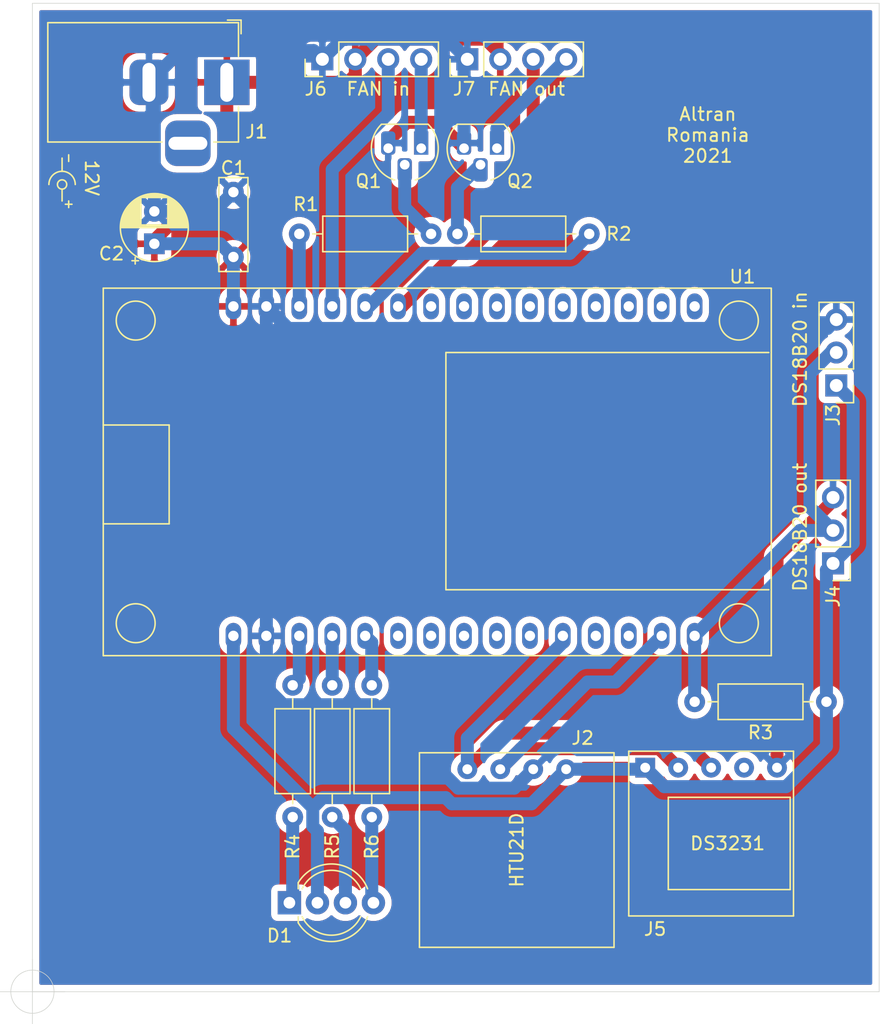
<source format=kicad_pcb>
(kicad_pcb (version 20171130) (host pcbnew "(5.1.9)-1")
  (layers (0 F.Cu signal) (31 B.Cu signal) (34 B.Paste user) (35 F.Paste user) (36 B.SilkS user) (37 F.SilkS user) (38 B.Mask user) (39 F.Mask user) (44 Edge.Cuts user))
  (net 0 "")
  (net 1 +12V)
  (net 2 GND)
  (net 3 "Net-(D1-Pad1)")
  (net 4 +3V3)
  (net 5 "Net-(D1-Pad3)")
  (net 6 "Net-(D1-Pad4)")
  (net 7 "Net-(J1-Pad3)")
  (net 8 /SDA)
  (net 9 /SCL)
  (net 10 "Net-(J3-Pad2)")
  (net 11 "Net-(J5-Pad4)")
  (net 12 "Net-(J6-Pad4)")
  (net 13 "Net-(J6-Pad3)")
  (net 14 "Net-(J7-Pad3)")
  (net 15 "Net-(J7-Pad4)")
  (net 16 "Net-(Q1-Pad2)")
  (net 17 "Net-(Q2-Pad2)")
  (net 18 "Net-(R1-Pad2)")
  (net 19 "Net-(R2-Pad2)")
  (net 20 "Net-(R4-Pad2)")
  (net 21 "Net-(R5-Pad2)")
  (net 22 "Net-(R6-Pad2)")
  (net 23 "Net-(U1-Pad16)")
  (net 24 "Net-(U1-Pad24)")
  (net 25 "Net-(U1-Pad19)")
  (net 26 "Net-(U1-Pad6)")
  (net 27 "Net-(U1-Pad12)")
  (net 28 "Net-(U1-Pad20)")
  (net 29 "Net-(U1-Pad9)")
  (net 30 "Net-(U1-Pad21)")
  (net 31 "Net-(U1-Pad10)")
  (net 32 "Net-(U1-Pad7)")
  (net 33 "Net-(U1-Pad17)")
  (net 34 "Net-(U1-Pad22)")
  (net 35 "Net-(U1-Pad18)")
  (net 36 "Net-(U1-Pad8)")
  (net 37 "Net-(U1-Pad13)")
  (net 38 "Net-(U1-Pad23)")
  (module SummerPractice:HTU21D_board (layer F.Cu) (at 151.638 98.298 180)
    (fp_text reference J2 (at -5.08 8.636) (layer F.SilkS))
    (fp_text value Humidity_sensor)
    (fp_line (start 7.5 -7.5) (end 7.5 7.5) (layer F.SilkS) (width 0.12))
    (fp_line (start -7.5 -7.5) (end 7.5 -7.5) (layer F.SilkS) (width 0.12))
    (fp_line (start -7.5 7.5) (end 7.5 7.5) (layer F.SilkS) (width 0.12))
    (fp_line (start -7.5 -7.5) (end -7.5 7.5) (layer F.SilkS) (width 0.12))
    (fp_text user HTU21D (at 0 0 270) (layer F.SilkS))
    (pad 4 thru_hole circle (at 3.81 6.23 180) (size 1.524 1.524) (drill 0.762) (layers *.Cu *.Mask) (net 9 /SCL))
    (pad 3 thru_hole circle (at 1.27 6.23 180) (size 1.524 1.524) (drill 0.762) (layers *.Cu *.Mask) (net 8 /SDA))
    (pad 2 thru_hole circle (at -1.27 6.23 180) (size 1.524 1.524) (drill 0.762) (layers *.Cu *.Mask) (net 2 GND))
    (pad 1 thru_hole circle (at -3.81 6.23 180) (size 1.524 1.524) (drill 0.762) (layers *.Cu *.Mask) (net 4 +3V3))
  )
  (module Capacitor_THT:C_Rect_L7.0mm_W2.0mm_P5.00mm (layer F.Cu) (at 129.794 52.578 90)
    (fp_text reference C1 (at 6.858 0 180) (layer F.SilkS))
    (fp_text value 100n)
    (fp_line (start -1.12 -1.12) (end 6.12 -1.12) (layer F.SilkS) (width 0.12))
    (fp_line (start -1.12 1.12) (end 6.12 1.12) (layer F.SilkS) (width 0.12))
    (fp_line (start -1.12 -1.12) (end -1.12 1.12) (layer F.SilkS) (width 0.12))
    (fp_line (start 6.12 -1.12) (end 6.12 1.12) (layer F.SilkS) (width 0.12))
    (pad 1 thru_hole circle (at 0 0 90) (size 1.6 1.6) (drill 0.8) (layers *.Cu *.Mask) (net 1 +12V))
    (pad 2 thru_hole circle (at 5 0 90) (size 1.6 1.6) (drill 0.8) (layers *.Cu *.Mask) (net 2 GND))
  )
  (module Capacitor_THT:CP_Radial_D5.0mm_P2.50mm (layer F.Cu) (at 123.698 51.562 90)
    (fp_text reference C2 (at -0.762 -3.302 180) (layer F.SilkS))
    (fp_text value 10u/50V)
    (fp_circle (center 1.25 0) (end 3.87 0) (layer F.SilkS) (width 0.12))
    (fp_line (start 1.25 -2.58) (end 1.25 2.58) (layer F.SilkS) (width 0.12))
    (fp_line (start 1.29 -2.58) (end 1.29 2.58) (layer F.SilkS) (width 0.12))
    (fp_line (start 1.33 -2.579) (end 1.33 2.579) (layer F.SilkS) (width 0.12))
    (fp_line (start 1.37 -2.578) (end 1.37 2.578) (layer F.SilkS) (width 0.12))
    (fp_line (start 1.41 -2.576) (end 1.41 2.576) (layer F.SilkS) (width 0.12))
    (fp_line (start 1.45 -2.573) (end 1.45 2.573) (layer F.SilkS) (width 0.12))
    (fp_line (start 1.49 -2.569) (end 1.49 -1.04) (layer F.SilkS) (width 0.12))
    (fp_line (start 1.49 1.04) (end 1.49 2.569) (layer F.SilkS) (width 0.12))
    (fp_line (start 1.53 -2.565) (end 1.53 -1.04) (layer F.SilkS) (width 0.12))
    (fp_line (start 1.53 1.04) (end 1.53 2.565) (layer F.SilkS) (width 0.12))
    (fp_line (start 1.57 -2.561) (end 1.57 -1.04) (layer F.SilkS) (width 0.12))
    (fp_line (start 1.57 1.04) (end 1.57 2.561) (layer F.SilkS) (width 0.12))
    (fp_line (start 1.61 -2.556) (end 1.61 -1.04) (layer F.SilkS) (width 0.12))
    (fp_line (start 1.61 1.04) (end 1.61 2.556) (layer F.SilkS) (width 0.12))
    (fp_line (start 1.65 -2.55) (end 1.65 -1.04) (layer F.SilkS) (width 0.12))
    (fp_line (start 1.65 1.04) (end 1.65 2.55) (layer F.SilkS) (width 0.12))
    (fp_line (start 1.69 -2.543) (end 1.69 -1.04) (layer F.SilkS) (width 0.12))
    (fp_line (start 1.69 1.04) (end 1.69 2.543) (layer F.SilkS) (width 0.12))
    (fp_line (start 1.73 -2.536) (end 1.73 -1.04) (layer F.SilkS) (width 0.12))
    (fp_line (start 1.73 1.04) (end 1.73 2.536) (layer F.SilkS) (width 0.12))
    (fp_line (start 1.77 -2.528) (end 1.77 -1.04) (layer F.SilkS) (width 0.12))
    (fp_line (start 1.77 1.04) (end 1.77 2.528) (layer F.SilkS) (width 0.12))
    (fp_line (start 1.81 -2.52) (end 1.81 -1.04) (layer F.SilkS) (width 0.12))
    (fp_line (start 1.81 1.04) (end 1.81 2.52) (layer F.SilkS) (width 0.12))
    (fp_line (start 1.85 -2.511) (end 1.85 -1.04) (layer F.SilkS) (width 0.12))
    (fp_line (start 1.85 1.04) (end 1.85 2.511) (layer F.SilkS) (width 0.12))
    (fp_line (start 1.89 -2.501) (end 1.89 -1.04) (layer F.SilkS) (width 0.12))
    (fp_line (start 1.89 1.04) (end 1.89 2.501) (layer F.SilkS) (width 0.12))
    (fp_line (start 1.93 -2.491) (end 1.93 -1.04) (layer F.SilkS) (width 0.12))
    (fp_line (start 1.93 1.04) (end 1.93 2.491) (layer F.SilkS) (width 0.12))
    (fp_line (start 1.971 -2.48) (end 1.971 -1.04) (layer F.SilkS) (width 0.12))
    (fp_line (start 1.971 1.04) (end 1.971 2.48) (layer F.SilkS) (width 0.12))
    (fp_line (start 2.011 -2.468) (end 2.011 -1.04) (layer F.SilkS) (width 0.12))
    (fp_line (start 2.011 1.04) (end 2.011 2.468) (layer F.SilkS) (width 0.12))
    (fp_line (start 2.051 -2.455) (end 2.051 -1.04) (layer F.SilkS) (width 0.12))
    (fp_line (start 2.051 1.04) (end 2.051 2.455) (layer F.SilkS) (width 0.12))
    (fp_line (start 2.091 -2.442) (end 2.091 -1.04) (layer F.SilkS) (width 0.12))
    (fp_line (start 2.091 1.04) (end 2.091 2.442) (layer F.SilkS) (width 0.12))
    (fp_line (start 2.131 -2.428) (end 2.131 -1.04) (layer F.SilkS) (width 0.12))
    (fp_line (start 2.131 1.04) (end 2.131 2.428) (layer F.SilkS) (width 0.12))
    (fp_line (start 2.171 -2.414) (end 2.171 -1.04) (layer F.SilkS) (width 0.12))
    (fp_line (start 2.171 1.04) (end 2.171 2.414) (layer F.SilkS) (width 0.12))
    (fp_line (start 2.211 -2.398) (end 2.211 -1.04) (layer F.SilkS) (width 0.12))
    (fp_line (start 2.211 1.04) (end 2.211 2.398) (layer F.SilkS) (width 0.12))
    (fp_line (start 2.251 -2.382) (end 2.251 -1.04) (layer F.SilkS) (width 0.12))
    (fp_line (start 2.251 1.04) (end 2.251 2.382) (layer F.SilkS) (width 0.12))
    (fp_line (start 2.291 -2.365) (end 2.291 -1.04) (layer F.SilkS) (width 0.12))
    (fp_line (start 2.291 1.04) (end 2.291 2.365) (layer F.SilkS) (width 0.12))
    (fp_line (start 2.331 -2.348) (end 2.331 -1.04) (layer F.SilkS) (width 0.12))
    (fp_line (start 2.331 1.04) (end 2.331 2.348) (layer F.SilkS) (width 0.12))
    (fp_line (start 2.371 -2.329) (end 2.371 -1.04) (layer F.SilkS) (width 0.12))
    (fp_line (start 2.371 1.04) (end 2.371 2.329) (layer F.SilkS) (width 0.12))
    (fp_line (start 2.411 -2.31) (end 2.411 -1.04) (layer F.SilkS) (width 0.12))
    (fp_line (start 2.411 1.04) (end 2.411 2.31) (layer F.SilkS) (width 0.12))
    (fp_line (start 2.451 -2.29) (end 2.451 -1.04) (layer F.SilkS) (width 0.12))
    (fp_line (start 2.451 1.04) (end 2.451 2.29) (layer F.SilkS) (width 0.12))
    (fp_line (start 2.491 -2.268) (end 2.491 -1.04) (layer F.SilkS) (width 0.12))
    (fp_line (start 2.491 1.04) (end 2.491 2.268) (layer F.SilkS) (width 0.12))
    (fp_line (start 2.531 -2.247) (end 2.531 -1.04) (layer F.SilkS) (width 0.12))
    (fp_line (start 2.531 1.04) (end 2.531 2.247) (layer F.SilkS) (width 0.12))
    (fp_line (start 2.571 -2.224) (end 2.571 -1.04) (layer F.SilkS) (width 0.12))
    (fp_line (start 2.571 1.04) (end 2.571 2.224) (layer F.SilkS) (width 0.12))
    (fp_line (start 2.611 -2.2) (end 2.611 -1.04) (layer F.SilkS) (width 0.12))
    (fp_line (start 2.611 1.04) (end 2.611 2.2) (layer F.SilkS) (width 0.12))
    (fp_line (start 2.651 -2.175) (end 2.651 -1.04) (layer F.SilkS) (width 0.12))
    (fp_line (start 2.651 1.04) (end 2.651 2.175) (layer F.SilkS) (width 0.12))
    (fp_line (start 2.691 -2.149) (end 2.691 -1.04) (layer F.SilkS) (width 0.12))
    (fp_line (start 2.691 1.04) (end 2.691 2.149) (layer F.SilkS) (width 0.12))
    (fp_line (start 2.731 -2.122) (end 2.731 -1.04) (layer F.SilkS) (width 0.12))
    (fp_line (start 2.731 1.04) (end 2.731 2.122) (layer F.SilkS) (width 0.12))
    (fp_line (start 2.771 -2.095) (end 2.771 -1.04) (layer F.SilkS) (width 0.12))
    (fp_line (start 2.771 1.04) (end 2.771 2.095) (layer F.SilkS) (width 0.12))
    (fp_line (start 2.811 -2.065) (end 2.811 -1.04) (layer F.SilkS) (width 0.12))
    (fp_line (start 2.811 1.04) (end 2.811 2.065) (layer F.SilkS) (width 0.12))
    (fp_line (start 2.851 -2.035) (end 2.851 -1.04) (layer F.SilkS) (width 0.12))
    (fp_line (start 2.851 1.04) (end 2.851 2.035) (layer F.SilkS) (width 0.12))
    (fp_line (start 2.891 -2.004) (end 2.891 -1.04) (layer F.SilkS) (width 0.12))
    (fp_line (start 2.891 1.04) (end 2.891 2.004) (layer F.SilkS) (width 0.12))
    (fp_line (start 2.931 -1.971) (end 2.931 -1.04) (layer F.SilkS) (width 0.12))
    (fp_line (start 2.931 1.04) (end 2.931 1.971) (layer F.SilkS) (width 0.12))
    (fp_line (start 2.971 -1.937) (end 2.971 -1.04) (layer F.SilkS) (width 0.12))
    (fp_line (start 2.971 1.04) (end 2.971 1.937) (layer F.SilkS) (width 0.12))
    (fp_line (start 3.011 -1.901) (end 3.011 -1.04) (layer F.SilkS) (width 0.12))
    (fp_line (start 3.011 1.04) (end 3.011 1.901) (layer F.SilkS) (width 0.12))
    (fp_line (start 3.051 -1.864) (end 3.051 -1.04) (layer F.SilkS) (width 0.12))
    (fp_line (start 3.051 1.04) (end 3.051 1.864) (layer F.SilkS) (width 0.12))
    (fp_line (start 3.091 -1.826) (end 3.091 -1.04) (layer F.SilkS) (width 0.12))
    (fp_line (start 3.091 1.04) (end 3.091 1.826) (layer F.SilkS) (width 0.12))
    (fp_line (start 3.131 -1.785) (end 3.131 -1.04) (layer F.SilkS) (width 0.12))
    (fp_line (start 3.131 1.04) (end 3.131 1.785) (layer F.SilkS) (width 0.12))
    (fp_line (start 3.171 -1.743) (end 3.171 -1.04) (layer F.SilkS) (width 0.12))
    (fp_line (start 3.171 1.04) (end 3.171 1.743) (layer F.SilkS) (width 0.12))
    (fp_line (start 3.211 -1.699) (end 3.211 -1.04) (layer F.SilkS) (width 0.12))
    (fp_line (start 3.211 1.04) (end 3.211 1.699) (layer F.SilkS) (width 0.12))
    (fp_line (start 3.251 -1.653) (end 3.251 -1.04) (layer F.SilkS) (width 0.12))
    (fp_line (start 3.251 1.04) (end 3.251 1.653) (layer F.SilkS) (width 0.12))
    (fp_line (start 3.291 -1.605) (end 3.291 -1.04) (layer F.SilkS) (width 0.12))
    (fp_line (start 3.291 1.04) (end 3.291 1.605) (layer F.SilkS) (width 0.12))
    (fp_line (start 3.331 -1.554) (end 3.331 -1.04) (layer F.SilkS) (width 0.12))
    (fp_line (start 3.331 1.04) (end 3.331 1.554) (layer F.SilkS) (width 0.12))
    (fp_line (start 3.371 -1.5) (end 3.371 -1.04) (layer F.SilkS) (width 0.12))
    (fp_line (start 3.371 1.04) (end 3.371 1.5) (layer F.SilkS) (width 0.12))
    (fp_line (start 3.411 -1.443) (end 3.411 -1.04) (layer F.SilkS) (width 0.12))
    (fp_line (start 3.411 1.04) (end 3.411 1.443) (layer F.SilkS) (width 0.12))
    (fp_line (start 3.451 -1.383) (end 3.451 -1.04) (layer F.SilkS) (width 0.12))
    (fp_line (start 3.451 1.04) (end 3.451 1.383) (layer F.SilkS) (width 0.12))
    (fp_line (start 3.491 -1.319) (end 3.491 -1.04) (layer F.SilkS) (width 0.12))
    (fp_line (start 3.491 1.04) (end 3.491 1.319) (layer F.SilkS) (width 0.12))
    (fp_line (start 3.531 -1.251) (end 3.531 -1.04) (layer F.SilkS) (width 0.12))
    (fp_line (start 3.531 1.04) (end 3.531 1.251) (layer F.SilkS) (width 0.12))
    (fp_line (start 3.571 -1.178) (end 3.571 1.178) (layer F.SilkS) (width 0.12))
    (fp_line (start 3.611 -1.098) (end 3.611 1.098) (layer F.SilkS) (width 0.12))
    (fp_line (start 3.651 -1.011) (end 3.651 1.011) (layer F.SilkS) (width 0.12))
    (fp_line (start 3.691 -0.915) (end 3.691 0.915) (layer F.SilkS) (width 0.12))
    (fp_line (start 3.731 -0.805) (end 3.731 0.805) (layer F.SilkS) (width 0.12))
    (fp_line (start 3.771 -0.677) (end 3.771 0.677) (layer F.SilkS) (width 0.12))
    (fp_line (start 3.811 -0.518) (end 3.811 0.518) (layer F.SilkS) (width 0.12))
    (fp_line (start 3.851 -0.284) (end 3.851 0.284) (layer F.SilkS) (width 0.12))
    (fp_line (start -1.554775 -1.475) (end -1.054775 -1.475) (layer F.SilkS) (width 0.12))
    (fp_line (start -1.304775 -1.725) (end -1.304775 -1.225) (layer F.SilkS) (width 0.12))
    (pad 1 thru_hole rect (at 0 0 90) (size 1.6 1.6) (drill 0.8) (layers *.Cu *.Mask) (net 1 +12V))
    (pad 2 thru_hole circle (at 2.5 0 90) (size 1.6 1.6) (drill 0.8) (layers *.Cu *.Mask) (net 2 GND))
  )
  (module Connector_BarrelJack:BarrelJack_Horizontal (layer F.Cu) (at 129.286 39.116)
    (fp_text reference J1 (at 2.286 3.81) (layer F.SilkS))
    (fp_text value PWR)
    (fp_line (start 1.1 -3.75) (end 1.1 -4.8) (layer F.SilkS) (width 0.12))
    (fp_line (start 0.05 -4.8) (end 1.1 -4.8) (layer F.SilkS) (width 0.12))
    (fp_line (start -5 4.6) (end -13.8 4.6) (layer F.SilkS) (width 0.12))
    (fp_line (start -13.8 4.6) (end -13.8 -4.6) (layer F.SilkS) (width 0.12))
    (fp_line (start 0.9 1.9) (end 0.9 4.6) (layer F.SilkS) (width 0.12))
    (fp_line (start 0.9 4.6) (end -1 4.6) (layer F.SilkS) (width 0.12))
    (fp_line (start -13.8 -4.6) (end 0.9 -4.6) (layer F.SilkS) (width 0.12))
    (fp_line (start 0.9 -4.6) (end 0.9 -2) (layer F.SilkS) (width 0.12))
    (pad 1 thru_hole rect (at 0 0) (size 3.5 3.5) (drill oval 1 3) (layers *.Cu *.Mask) (net 1 +12V))
    (pad 2 thru_hole roundrect (at -6 0) (size 3 3.5) (drill oval 1 3) (layers *.Cu *.Mask) (net 2 GND))
    (pad 3 thru_hole roundrect (at -3 4.7) (size 3.5 3.5) (drill oval 3 1) (layers *.Cu *.Mask) (net 7 "Net-(J1-Pad3)"))
  )
  (module Connector_PinHeader_2.54mm:PinHeader_1x03_P2.54mm_Vertical (layer F.Cu) (at 176.276 62.484 180)
    (fp_text reference J3 (at 0.254 -2.286 270) (layer F.SilkS))
    (fp_text value Temp_sensor_IN)
    (fp_line (start -1.33 -1.33) (end 0 -1.33) (layer F.SilkS) (width 0.12))
    (fp_line (start -1.33 0) (end -1.33 -1.33) (layer F.SilkS) (width 0.12))
    (fp_line (start -1.33 1.27) (end 1.33 1.27) (layer F.SilkS) (width 0.12))
    (fp_line (start 1.33 1.27) (end 1.33 6.41) (layer F.SilkS) (width 0.12))
    (fp_line (start -1.33 1.27) (end -1.33 6.41) (layer F.SilkS) (width 0.12))
    (fp_line (start -1.33 6.41) (end 1.33 6.41) (layer F.SilkS) (width 0.12))
    (pad 3 thru_hole oval (at 0 5.08 180) (size 1.7 1.7) (drill 1) (layers *.Cu *.Mask) (net 2 GND))
    (pad 2 thru_hole oval (at 0 2.54 180) (size 1.7 1.7) (drill 1) (layers *.Cu *.Mask) (net 10 "Net-(J3-Pad2)"))
    (pad 1 thru_hole rect (at 0 0 180) (size 1.7 1.7) (drill 1) (layers *.Cu *.Mask) (net 4 +3V3))
  )
  (module Connector_PinHeader_2.54mm:PinHeader_1x03_P2.54mm_Vertical (layer F.Cu) (at 176.022 76.2 180)
    (fp_text reference J4 (at 0 -2.54 270) (layer F.SilkS))
    (fp_text value Temp_sensor_OUT)
    (fp_line (start -1.33 6.41) (end 1.33 6.41) (layer F.SilkS) (width 0.12))
    (fp_line (start -1.33 1.27) (end -1.33 6.41) (layer F.SilkS) (width 0.12))
    (fp_line (start 1.33 1.27) (end 1.33 6.41) (layer F.SilkS) (width 0.12))
    (fp_line (start -1.33 1.27) (end 1.33 1.27) (layer F.SilkS) (width 0.12))
    (fp_line (start -1.33 0) (end -1.33 -1.33) (layer F.SilkS) (width 0.12))
    (fp_line (start -1.33 -1.33) (end 0 -1.33) (layer F.SilkS) (width 0.12))
    (pad 1 thru_hole rect (at 0 0 180) (size 1.7 1.7) (drill 1) (layers *.Cu *.Mask) (net 4 +3V3))
    (pad 2 thru_hole oval (at 0 2.54 180) (size 1.7 1.7) (drill 1) (layers *.Cu *.Mask) (net 10 "Net-(J3-Pad2)"))
    (pad 3 thru_hole oval (at 0 5.08 180) (size 1.7 1.7) (drill 1) (layers *.Cu *.Mask) (net 2 GND))
  )
  (module Package_TO_SOT_THT:TO-92_HandSolder (layer F.Cu) (at 144.272 44.196 180)
    (fp_text reference Q1 (at 4.064 -2.54) (layer F.SilkS))
    (fp_text value BC547)
    (fp_line (start -0.53 1.85) (end 3.07 1.85) (layer F.SilkS) (width 0.12))
    (fp_arc (start 1.27 0) (end 0.45 -2.45) (angle -116.9632683) (layer F.SilkS) (width 0.12))
    (fp_arc (start 1.27 0) (end 2.05 -2.45) (angle 117.6433766) (layer F.SilkS) (width 0.12))
    (pad 2 thru_hole roundrect (at 1.27 -1.27 180) (size 1.1 1.8) (drill 0.75 (offset 0 -0.4)) (layers *.Cu *.Mask) (net 16 "Net-(Q1-Pad2)"))
    (pad 3 thru_hole roundrect (at 2.54 0 180) (size 1.1 1.8) (drill 0.75 (offset 0 0.4)) (layers *.Cu *.Mask) (net 2 GND))
    (pad 1 thru_hole rect (at 0 0 180) (size 1.1 1.8) (drill 0.75 (offset 0 0.4)) (layers *.Cu *.Mask) (net 12 "Net-(J6-Pad4)"))
  )
  (module Package_TO_SOT_THT:TO-92_HandSolder (layer F.Cu) (at 150.114 44.196 180)
    (fp_text reference Q2 (at -1.778 -2.54) (layer F.SilkS))
    (fp_text value BC547)
    (fp_line (start -0.53 1.85) (end 3.07 1.85) (layer F.SilkS) (width 0.12))
    (fp_arc (start 1.27 0) (end 2.05 -2.45) (angle 117.6433766) (layer F.SilkS) (width 0.12))
    (fp_arc (start 1.27 0) (end 0.45 -2.45) (angle -116.9632683) (layer F.SilkS) (width 0.12))
    (pad 1 thru_hole rect (at 0 0 180) (size 1.1 1.8) (drill 0.75 (offset 0 0.4)) (layers *.Cu *.Mask) (net 15 "Net-(J7-Pad4)"))
    (pad 3 thru_hole roundrect (at 2.54 0 180) (size 1.1 1.8) (drill 0.75 (offset 0 0.4)) (layers *.Cu *.Mask) (net 2 GND))
    (pad 2 thru_hole roundrect (at 1.27 -1.27 180) (size 1.1 1.8) (drill 0.75 (offset 0 -0.4)) (layers *.Cu *.Mask) (net 17 "Net-(Q2-Pad2)"))
  )
  (module Resistor_THT:R_Axial_DIN0207_L6.3mm_D2.5mm_P10.16mm_Horizontal (layer F.Cu) (at 145.034 50.8 180)
    (fp_text reference R1 (at 9.652 2.286) (layer F.SilkS))
    (fp_text value 10k)
    (fp_line (start 1.81 -1.37) (end 1.81 1.37) (layer F.SilkS) (width 0.12))
    (fp_line (start 1.81 1.37) (end 8.35 1.37) (layer F.SilkS) (width 0.12))
    (fp_line (start 8.35 1.37) (end 8.35 -1.37) (layer F.SilkS) (width 0.12))
    (fp_line (start 8.35 -1.37) (end 1.81 -1.37) (layer F.SilkS) (width 0.12))
    (fp_line (start 1.04 0) (end 1.81 0) (layer F.SilkS) (width 0.12))
    (fp_line (start 9.12 0) (end 8.35 0) (layer F.SilkS) (width 0.12))
    (pad 1 thru_hole circle (at 0 0 180) (size 1.6 1.6) (drill 0.8) (layers *.Cu *.Mask) (net 16 "Net-(Q1-Pad2)"))
    (pad 2 thru_hole oval (at 10.16 0 180) (size 1.6 1.6) (drill 0.8) (layers *.Cu *.Mask) (net 18 "Net-(R1-Pad2)"))
  )
  (module Resistor_THT:R_Axial_DIN0207_L6.3mm_D2.5mm_P10.16mm_Horizontal (layer F.Cu) (at 147.066 50.8)
    (fp_text reference R2 (at 12.446 0) (layer F.SilkS))
    (fp_text value 10k)
    (fp_line (start 9.12 0) (end 8.35 0) (layer F.SilkS) (width 0.12))
    (fp_line (start 1.04 0) (end 1.81 0) (layer F.SilkS) (width 0.12))
    (fp_line (start 8.35 -1.37) (end 1.81 -1.37) (layer F.SilkS) (width 0.12))
    (fp_line (start 8.35 1.37) (end 8.35 -1.37) (layer F.SilkS) (width 0.12))
    (fp_line (start 1.81 1.37) (end 8.35 1.37) (layer F.SilkS) (width 0.12))
    (fp_line (start 1.81 -1.37) (end 1.81 1.37) (layer F.SilkS) (width 0.12))
    (pad 2 thru_hole oval (at 10.16 0) (size 1.6 1.6) (drill 0.8) (layers *.Cu *.Mask) (net 19 "Net-(R2-Pad2)"))
    (pad 1 thru_hole circle (at 0 0) (size 1.6 1.6) (drill 0.8) (layers *.Cu *.Mask) (net 17 "Net-(Q2-Pad2)"))
  )
  (module Resistor_THT:R_Axial_DIN0207_L6.3mm_D2.5mm_P10.16mm_Horizontal (layer F.Cu) (at 175.514 86.868 180)
    (fp_text reference R3 (at 5.08 -2.37) (layer F.SilkS))
    (fp_text value 4k7)
    (fp_line (start 1.81 -1.37) (end 1.81 1.37) (layer F.SilkS) (width 0.12))
    (fp_line (start 1.81 1.37) (end 8.35 1.37) (layer F.SilkS) (width 0.12))
    (fp_line (start 8.35 1.37) (end 8.35 -1.37) (layer F.SilkS) (width 0.12))
    (fp_line (start 8.35 -1.37) (end 1.81 -1.37) (layer F.SilkS) (width 0.12))
    (fp_line (start 1.04 0) (end 1.81 0) (layer F.SilkS) (width 0.12))
    (fp_line (start 9.12 0) (end 8.35 0) (layer F.SilkS) (width 0.12))
    (pad 1 thru_hole circle (at 0 0 180) (size 1.6 1.6) (drill 0.8) (layers *.Cu *.Mask) (net 4 +3V3))
    (pad 2 thru_hole oval (at 10.16 0 180) (size 1.6 1.6) (drill 0.8) (layers *.Cu *.Mask) (net 10 "Net-(J3-Pad2)"))
  )
  (module Resistor_THT:R_Axial_DIN0207_L6.3mm_D2.5mm_P10.16mm_Horizontal (layer F.Cu) (at 134.366 95.758 90)
    (fp_text reference R4 (at -2.286 0 90) (layer F.SilkS))
    (fp_text value 1k)
    (fp_line (start 9.12 0) (end 8.35 0) (layer F.SilkS) (width 0.12))
    (fp_line (start 1.04 0) (end 1.81 0) (layer F.SilkS) (width 0.12))
    (fp_line (start 8.35 -1.37) (end 1.81 -1.37) (layer F.SilkS) (width 0.12))
    (fp_line (start 8.35 1.37) (end 8.35 -1.37) (layer F.SilkS) (width 0.12))
    (fp_line (start 1.81 1.37) (end 8.35 1.37) (layer F.SilkS) (width 0.12))
    (fp_line (start 1.81 -1.37) (end 1.81 1.37) (layer F.SilkS) (width 0.12))
    (pad 2 thru_hole oval (at 10.16 0 90) (size 1.6 1.6) (drill 0.8) (layers *.Cu *.Mask) (net 20 "Net-(R4-Pad2)"))
    (pad 1 thru_hole circle (at 0 0 90) (size 1.6 1.6) (drill 0.8) (layers *.Cu *.Mask) (net 3 "Net-(D1-Pad1)"))
  )
  (module Resistor_THT:R_Axial_DIN0207_L6.3mm_D2.5mm_P10.16mm_Horizontal (layer F.Cu) (at 137.414 95.758 90)
    (fp_text reference R5 (at -2.286 0 90) (layer F.SilkS))
    (fp_text value 1k)
    (fp_line (start 1.81 -1.37) (end 1.81 1.37) (layer F.SilkS) (width 0.12))
    (fp_line (start 1.81 1.37) (end 8.35 1.37) (layer F.SilkS) (width 0.12))
    (fp_line (start 8.35 1.37) (end 8.35 -1.37) (layer F.SilkS) (width 0.12))
    (fp_line (start 8.35 -1.37) (end 1.81 -1.37) (layer F.SilkS) (width 0.12))
    (fp_line (start 1.04 0) (end 1.81 0) (layer F.SilkS) (width 0.12))
    (fp_line (start 9.12 0) (end 8.35 0) (layer F.SilkS) (width 0.12))
    (pad 1 thru_hole circle (at 0 0 90) (size 1.6 1.6) (drill 0.8) (layers *.Cu *.Mask) (net 5 "Net-(D1-Pad3)"))
    (pad 2 thru_hole oval (at 10.16 0 90) (size 1.6 1.6) (drill 0.8) (layers *.Cu *.Mask) (net 21 "Net-(R5-Pad2)"))
  )
  (module Resistor_THT:R_Axial_DIN0207_L6.3mm_D2.5mm_P10.16mm_Horizontal (layer F.Cu) (at 140.462 95.758 90)
    (fp_text reference R6 (at -2.286 0 90) (layer F.SilkS))
    (fp_text value 1k)
    (fp_line (start 9.12 0) (end 8.35 0) (layer F.SilkS) (width 0.12))
    (fp_line (start 1.04 0) (end 1.81 0) (layer F.SilkS) (width 0.12))
    (fp_line (start 8.35 -1.37) (end 1.81 -1.37) (layer F.SilkS) (width 0.12))
    (fp_line (start 8.35 1.37) (end 8.35 -1.37) (layer F.SilkS) (width 0.12))
    (fp_line (start 1.81 1.37) (end 8.35 1.37) (layer F.SilkS) (width 0.12))
    (fp_line (start 1.81 -1.37) (end 1.81 1.37) (layer F.SilkS) (width 0.12))
    (pad 2 thru_hole oval (at 10.16 0 90) (size 1.6 1.6) (drill 0.8) (layers *.Cu *.Mask) (net 22 "Net-(R6-Pad2)"))
    (pad 1 thru_hole circle (at 0 0 90) (size 1.6 1.6) (drill 0.8) (layers *.Cu *.Mask) (net 6 "Net-(D1-Pad4)"))
  )
  (module SummerPractice:ESP32_DEVKIT_V1 (layer F.Cu) (at 119.761 83.312)
    (fp_text reference U1 (at 49.276 -29.21) (layer F.SilkS))
    (fp_text value ESP32_DEVKIT_V1)
    (fp_circle (center 49 -2.5) (end 50.5 -2.5) (layer F.SilkS) (width 0.12))
    (fp_circle (center 49 -25.83) (end 50.5 -25.83) (layer F.SilkS) (width 0.12))
    (fp_circle (center 2.5 -2.5) (end 4 -2.5) (layer F.SilkS) (width 0.12))
    (fp_circle (center 2.5 -25.83) (end 4 -25.83) (layer F.SilkS) (width 0.12))
    (fp_line (start 0 -28.33) (end 0 0) (layer F.SilkS) (width 0.12))
    (fp_line (start 51.5 -28.33) (end 0 -28.33) (layer F.SilkS) (width 0.12))
    (fp_line (start 51.5 0) (end 51.5 -28.3) (layer F.SilkS) (width 0.12))
    (fp_line (start 0 0) (end 51.5 0) (layer F.SilkS) (width 0.12))
    (fp_line (start 51.308 -23.368) (end 26.416 -23.368) (layer F.SilkS) (width 0.12))
    (fp_line (start 26.416 -23.368) (end 26.416 -5.08) (layer F.SilkS) (width 0.12))
    (fp_line (start 26.416 -5.08) (end 51.308 -5.08) (layer F.SilkS) (width 0.12))
    (fp_line (start 0 -17.78) (end 5.08 -17.78) (layer F.SilkS) (width 0.12))
    (fp_line (start 5.08 -17.78) (end 5.08 -10.16) (layer F.SilkS) (width 0.12))
    (fp_line (start 5.08 -10.16) (end 0 -10.16) (layer F.SilkS) (width 0.12))
    (pad 5 thru_hole oval (at 20.193 -1.524) (size 1.2 2) (drill 0.8) (layers *.Cu *.Mask) (net 22 "Net-(R6-Pad2)"))
    (pad 15 thru_hole oval (at 45.593 -1.524) (size 1.2 2) (drill 0.8) (layers *.Cu *.Mask) (net 10 "Net-(J3-Pad2)"))
    (pad 16 thru_hole oval (at 45.593 -26.924) (size 1.2 2) (drill 0.8) (layers *.Cu *.Mask) (net 23 "Net-(U1-Pad16)"))
    (pad 11 thru_hole oval (at 35.433 -1.524) (size 1.2 2) (drill 0.8) (layers *.Cu *.Mask) (net 9 /SCL))
    (pad 4 thru_hole oval (at 17.653 -1.524) (size 1.2 2) (drill 0.8) (layers *.Cu *.Mask) (net 21 "Net-(R5-Pad2)"))
    (pad 27 thru_hole oval (at 17.653 -26.924) (size 1.2 2) (drill 0.8) (layers *.Cu *.Mask) (net 13 "Net-(J6-Pad3)"))
    (pad 3 thru_hole oval (at 15.113 -1.524) (size 1.2 2) (drill 0.8) (layers *.Cu *.Mask) (net 20 "Net-(R4-Pad2)"))
    (pad 29 thru_hole oval (at 12.573 -26.924) (size 1.2 2) (drill 0.8) (layers *.Cu *.Mask) (net 2 GND))
    (pad 24 thru_hole oval (at 25.273 -26.924) (size 1.2 2) (drill 0.8) (layers *.Cu *.Mask) (net 24 "Net-(U1-Pad24)"))
    (pad 19 thru_hole oval (at 37.973 -26.924) (size 1.2 2) (drill 0.8) (layers *.Cu *.Mask) (net 25 "Net-(U1-Pad19)"))
    (pad 6 thru_hole oval (at 22.733 -1.524) (size 1.2 2) (drill 0.8) (layers *.Cu *.Mask) (net 26 "Net-(U1-Pad6)"))
    (pad 12 thru_hole oval (at 37.973 -1.524) (size 1.2 2) (drill 0.8) (layers *.Cu *.Mask) (net 27 "Net-(U1-Pad12)"))
    (pad 2 thru_hole oval (at 12.573 -1.524) (size 1.2 2) (drill 0.8) (layers *.Cu *.Mask) (net 2 GND))
    (pad 20 thru_hole oval (at 35.433 -26.924) (size 1.2 2) (drill 0.8) (layers *.Cu *.Mask) (net 28 "Net-(U1-Pad20)"))
    (pad 9 thru_hole oval (at 30.353 -1.524) (size 1.2 2) (drill 0.8) (layers *.Cu *.Mask) (net 29 "Net-(U1-Pad9)"))
    (pad 21 thru_hole oval (at 32.893 -26.924) (size 1.2 2) (drill 0.8) (layers *.Cu *.Mask) (net 30 "Net-(U1-Pad21)"))
    (pad 10 thru_hole oval (at 32.893 -1.524) (size 1.2 2) (drill 0.8) (layers *.Cu *.Mask) (net 31 "Net-(U1-Pad10)"))
    (pad 7 thru_hole oval (at 25.273 -1.524) (size 1.2 2) (drill 0.8) (layers *.Cu *.Mask) (net 32 "Net-(U1-Pad7)"))
    (pad 17 thru_hole oval (at 43.053 -26.924) (size 1.2 2) (drill 0.8) (layers *.Cu *.Mask) (net 33 "Net-(U1-Pad17)"))
    (pad 22 thru_hole oval (at 30.353 -26.924) (size 1.2 2) (drill 0.8) (layers *.Cu *.Mask) (net 34 "Net-(U1-Pad22)"))
    (pad 18 thru_hole oval (at 40.513 -26.924) (size 1.2 2) (drill 0.8) (layers *.Cu *.Mask) (net 35 "Net-(U1-Pad18)"))
    (pad 30 thru_hole oval (at 10.033 -26.924) (size 1.2 2) (drill 0.8) (layers *.Cu *.Mask) (net 1 +12V))
    (pad 8 thru_hole oval (at 27.813 -1.524) (size 1.2 2) (drill 0.8) (layers *.Cu *.Mask) (net 36 "Net-(U1-Pad8)"))
    (pad 25 thru_hole oval (at 22.733 -26.924) (size 1.2 2) (drill 0.8) (layers *.Cu *.Mask) (net 14 "Net-(J7-Pad3)"))
    (pad 13 thru_hole oval (at 40.513 -1.524) (size 1.2 2) (drill 0.8) (layers *.Cu *.Mask) (net 37 "Net-(U1-Pad13)"))
    (pad 23 thru_hole oval (at 27.813 -26.924) (size 1.2 2) (drill 0.8) (layers *.Cu *.Mask) (net 38 "Net-(U1-Pad23)"))
    (pad 14 thru_hole oval (at 43.053 -1.524) (size 1.2 2) (drill 0.8) (layers *.Cu *.Mask) (net 8 /SDA))
    (pad 26 thru_hole oval (at 20.193 -26.924) (size 1.2 2) (drill 0.8) (layers *.Cu *.Mask) (net 19 "Net-(R2-Pad2)"))
    (pad 28 thru_hole oval (at 15.113 -26.924) (size 1.2 2) (drill 0.8) (layers *.Cu *.Mask) (net 18 "Net-(R1-Pad2)"))
    (pad 1 thru_hole oval (at 10.033 -1.524) (size 1.2 2) (drill 0.8) (layers *.Cu *.Mask) (net 4 +3V3))
  )
  (module Connector_PinHeader_2.54mm:PinHeader_1x04_P2.54mm_Vertical (layer F.Cu) (at 136.652 37.338 90)
    (fp_text reference J6 (at -2.286 -0.508) (layer F.SilkS))
    (fp_text value Fan_IN)
    (fp_line (start -1.33 -1.33) (end 0 -1.33) (layer F.SilkS) (width 0.12))
    (fp_line (start -1.33 0) (end -1.33 -1.33) (layer F.SilkS) (width 0.12))
    (fp_line (start -1.33 1.27) (end 1.33 1.27) (layer F.SilkS) (width 0.12))
    (fp_line (start 1.33 1.27) (end 1.33 8.95) (layer F.SilkS) (width 0.12))
    (fp_line (start -1.33 1.27) (end -1.33 8.95) (layer F.SilkS) (width 0.12))
    (fp_line (start -1.33 8.95) (end 1.33 8.95) (layer F.SilkS) (width 0.12))
    (pad 4 thru_hole oval (at 0 7.62 90) (size 1.7 1.7) (drill 1) (layers *.Cu *.Mask) (net 12 "Net-(J6-Pad4)"))
    (pad 3 thru_hole oval (at 0 5.08 90) (size 1.7 1.7) (drill 1) (layers *.Cu *.Mask) (net 13 "Net-(J6-Pad3)"))
    (pad 2 thru_hole oval (at 0 2.54 90) (size 1.7 1.7) (drill 1) (layers *.Cu *.Mask) (net 1 +12V))
    (pad 1 thru_hole rect (at 0 0 90) (size 1.7 1.7) (drill 1) (layers *.Cu *.Mask) (net 2 GND))
  )
  (module Connector_PinHeader_2.54mm:PinHeader_1x04_P2.54mm_Vertical (layer F.Cu) (at 147.828 37.338 90)
    (fp_text reference J7 (at -2.286 -0.254 180) (layer F.SilkS))
    (fp_text value Fan_OUT)
    (fp_line (start -1.33 8.95) (end 1.33 8.95) (layer F.SilkS) (width 0.12))
    (fp_line (start -1.33 1.27) (end -1.33 8.95) (layer F.SilkS) (width 0.12))
    (fp_line (start 1.33 1.27) (end 1.33 8.95) (layer F.SilkS) (width 0.12))
    (fp_line (start -1.33 1.27) (end 1.33 1.27) (layer F.SilkS) (width 0.12))
    (fp_line (start -1.33 0) (end -1.33 -1.33) (layer F.SilkS) (width 0.12))
    (fp_line (start -1.33 -1.33) (end 0 -1.33) (layer F.SilkS) (width 0.12))
    (pad 1 thru_hole rect (at 0 0 90) (size 1.7 1.7) (drill 1) (layers *.Cu *.Mask) (net 2 GND))
    (pad 2 thru_hole oval (at 0 2.54 90) (size 1.7 1.7) (drill 1) (layers *.Cu *.Mask) (net 1 +12V))
    (pad 3 thru_hole oval (at 0 5.08 90) (size 1.7 1.7) (drill 1) (layers *.Cu *.Mask) (net 14 "Net-(J7-Pad3)"))
    (pad 4 thru_hole oval (at 0 7.62 90) (size 1.7 1.7) (drill 1) (layers *.Cu *.Mask) (net 15 "Net-(J7-Pad4)"))
  )
  (module SummerPractice:RTC_DS3231_board (layer F.Cu) (at 166.624 103.378)
    (fp_text reference J5 (at -4.318 1.016) (layer F.SilkS))
    (fp_text value RTC)
    (fp_line (start 6.096 -9.144) (end -3.302 -9.144) (layer F.SilkS) (width 0.12))
    (fp_line (start 6.096 -2.032) (end 6.096 -9.144) (layer F.SilkS) (width 0.12))
    (fp_line (start -3.302 -2.032) (end 6.096 -2.032) (layer F.SilkS) (width 0.12))
    (fp_line (start -3.302 -9.144) (end -3.302 -2.032) (layer F.SilkS) (width 0.12))
    (fp_line (start -6.35 -12.7) (end -6.35 0) (layer F.SilkS) (width 0.12))
    (fp_line (start 6.35 -12.7) (end -6.35 -12.7) (layer F.SilkS) (width 0.12))
    (fp_line (start 6.35 0) (end 6.35 -12.7) (layer F.SilkS) (width 0.12))
    (fp_line (start -6.35 0) (end 6.35 0) (layer F.SilkS) (width 0.12))
    (fp_text user DS3231 (at 1.27 -5.588) (layer F.SilkS))
    (pad 1 thru_hole rect (at -5.08 -11.43) (size 1.524 1.524) (drill 0.762) (layers *.Cu *.Mask) (net 4 +3V3))
    (pad 2 thru_hole circle (at -2.54 -11.43) (size 1.524 1.524) (drill 0.762) (layers *.Cu *.Mask) (net 8 /SDA))
    (pad 3 thru_hole circle (at 0 -11.43) (size 1.524 1.524) (drill 0.762) (layers *.Cu *.Mask) (net 9 /SCL))
    (pad 4 thru_hole circle (at 2.54 -11.43) (size 1.524 1.524) (drill 0.762) (layers *.Cu *.Mask) (net 11 "Net-(J5-Pad4)"))
    (pad 5 thru_hole circle (at 5.08 -11.43) (size 1.524 1.524) (drill 0.762) (layers *.Cu *.Mask) (net 2 GND))
  )
  (module LED_THT:LED_D5.0mm-4_RGB_Wide_Pins (layer F.Cu) (at 134.112 102.362)
    (fp_text reference D1 (at -0.762 2.54) (layer F.SilkS))
    (fp_text value LED_RAGB)
    (fp_line (start 0.6785 1.08) (end 0.6785 1.545) (layer F.SilkS) (width 0.12))
    (fp_line (start 0.6785 -1.545) (end 0.6785 -1.08) (layer F.SilkS) (width 0.12))
    (fp_arc (start 3.2385 0) (end 0.6785 -1.54483) (angle 127.7) (layer F.SilkS) (width 0.12))
    (fp_arc (start 3.2385 0) (end 0.6785 1.54483) (angle -127.7) (layer F.SilkS) (width 0.12))
    (fp_arc (start 3.2385 0) (end 0.983816 -1.08) (angle 128.8) (layer F.SilkS) (width 0.12))
    (fp_arc (start 3.2385 0) (end 0.983816 1.08) (angle -128.8) (layer F.SilkS) (width 0.12))
    (pad 1 thru_hole rect (at 0 0) (size 1.8 1.8) (drill 0.9) (layers *.Cu *.Mask) (net 3 "Net-(D1-Pad1)"))
    (pad 2 thru_hole circle (at 2.159 0) (size 1.8 1.8) (drill 0.9) (layers *.Cu *.Mask) (net 4 +3V3))
    (pad 3 thru_hole circle (at 4.318 0) (size 1.8 1.8) (drill 0.9) (layers *.Cu *.Mask) (net 5 "Net-(D1-Pad3)"))
    (pad 4 thru_hole circle (at 6.477 0) (size 1.8 1.8) (drill 0.9) (layers *.Cu *.Mask) (net 6 "Net-(D1-Pad4)"))
  )
  (gr_line (start 117.348 48.514) (end 116.84 48.514) (layer F.SilkS) (width 0.12))
  (gr_line (start 117.094 48.26) (end 117.094 48.768) (layer F.SilkS) (width 0.12))
  (gr_line (start 117.094 44.704) (end 117.094 45.212) (layer F.SilkS) (width 0.12))
  (gr_line (start 116.586 45.974) (end 116.586 44.958) (layer F.SilkS) (width 0.12))
  (gr_line (start 116.586 47.34921) (end 116.586 48.26) (layer F.SilkS) (width 0.12))
  (gr_circle (center 116.586 46.99) (end 116.84 47.244) (layer F.SilkS) (width 0.12))
  (gr_arc (start 116.586 46.99) (end 117.602 46.99) (angle -180) (layer F.SilkS) (width 0.12))
  (gr_line (start 179.578 33.02) (end 114.3 33.02) (layer Edge.Cuts) (width 0.05))
  (gr_line (start 179.578 109.22) (end 179.578 33.02) (layer Edge.Cuts) (width 0.05))
  (gr_line (start 114.3 109.22) (end 179.578 109.22) (layer Edge.Cuts) (width 0.05))
  (gr_line (start 114.3 33.02) (end 114.3 109.22) (layer Edge.Cuts) (width 0.05))
  (gr_text "Altran\nRomania\n2021" (at 166.37 43.18) (layer F.SilkS) (effects (font (size 1 1))))
  (target plus (at 114.3 109.22) (size 5) (width 0.05) (layer Edge.Cuts))
  (gr_text 12V (at 118.872 46.482 270) (layer F.SilkS) (effects (font (size 1 1))))
  (gr_text "DS18B20 out" (at 173.482 73.406 90) (layer F.SilkS) (effects (font (size 1 1))))
  (gr_text "DS18B20 in" (at 173.482 59.69 90) (layer F.SilkS) (effects (font (size 1 1))))
  (gr_text "FAN out" (at 152.4 39.624) (layer F.SilkS) (effects (font (size 1 1))))
  (gr_text "FAN in" (at 140.97 39.624) (layer F.SilkS) (effects (font (size 1 1))))
  (segment (start 139.192 38.540081) (end 139.192 37.338) (width 1) (layer F.Cu) (net 1))
  (segment (start 138.616081 39.116) (end 139.192 38.540081) (width 1) (layer F.Cu) (net 1))
  (segment (start 129.286 39.116) (end 138.616081 39.116) (width 1) (layer F.Cu) (net 1))
  (segment (start 150.368 36.917998) (end 150.368 37.338) (width 1) (layer F.Cu) (net 1))
  (segment (start 140.742001 35.787999) (end 149.238001 35.787999) (width 1) (layer F.Cu) (net 1))
  (segment (start 149.238001 35.787999) (end 150.368 36.917998) (width 1) (layer F.Cu) (net 1))
  (segment (start 139.192 37.338) (end 140.742001 35.787999) (width 1) (layer F.Cu) (net 1))
  (segment (start 128.778 51.562) (end 129.794 52.578) (width 1) (layer B.Cu) (net 1))
  (segment (start 123.698 51.562) (end 128.778 51.562) (width 1) (layer B.Cu) (net 1))
  (segment (start 129.794 52.578) (end 129.794 56.388) (width 1) (layer B.Cu) (net 1))
  (segment (start 129.286 45.694002) (end 123.698 51.282002) (width 1) (layer F.Cu) (net 1))
  (segment (start 123.698 51.282002) (end 123.698 51.562) (width 1) (layer F.Cu) (net 1))
  (segment (start 129.286 39.116) (end 129.286 45.694002) (width 1) (layer F.Cu) (net 1))
  (segment (start 135.979999 36.665999) (end 136.652 37.338) (width 1) (layer B.Cu) (net 2))
  (segment (start 125.736001 36.665999) (end 135.979999 36.665999) (width 1) (layer B.Cu) (net 2))
  (segment (start 123.286 39.116) (end 125.736001 36.665999) (width 1) (layer B.Cu) (net 2))
  (segment (start 136.652 37.338) (end 138.176 35.814) (width 1) (layer B.Cu) (net 2))
  (segment (start 146.277999 35.787999) (end 147.828 37.338) (width 1) (layer B.Cu) (net 2))
  (segment (start 138.447999 35.787999) (end 146.277999 35.787999) (width 1) (layer B.Cu) (net 2))
  (segment (start 138.421998 35.814) (end 138.447999 35.787999) (width 1) (layer B.Cu) (net 2))
  (segment (start 138.176 35.814) (end 138.421998 35.814) (width 1) (layer B.Cu) (net 2))
  (segment (start 123.698 39.528) (end 123.286 39.116) (width 1) (layer B.Cu) (net 2))
  (segment (start 123.698 49.062) (end 123.698 39.528) (width 1) (layer B.Cu) (net 2))
  (segment (start 128.31 49.062) (end 129.794 47.578) (width 1) (layer B.Cu) (net 2))
  (segment (start 123.698 49.062) (end 128.31 49.062) (width 1) (layer B.Cu) (net 2))
  (segment (start 132.334 50.118) (end 132.334 56.388) (width 1) (layer B.Cu) (net 2))
  (segment (start 129.794 47.578) (end 132.334 50.118) (width 1) (layer B.Cu) (net 2))
  (segment (start 143.161999 42.195999) (end 145.573999 42.195999) (width 1) (layer F.Cu) (net 2))
  (segment (start 141.732 43.625998) (end 143.161999 42.195999) (width 1) (layer F.Cu) (net 2))
  (segment (start 145.573999 42.195999) (end 147.574 44.196) (width 1) (layer F.Cu) (net 2))
  (segment (start 141.732 44.196) (end 141.732 43.625998) (width 1) (layer F.Cu) (net 2))
  (segment (start 147.574 37.592) (end 147.828 37.338) (width 1) (layer B.Cu) (net 2))
  (segment (start 147.574 44.196) (end 147.574 37.592) (width 1) (layer B.Cu) (net 2))
  (segment (start 132.334 56.388) (end 132.334 81.788) (width 1) (layer B.Cu) (net 2))
  (segment (start 147.126239 93.530001) (end 151.445999 93.530001) (width 1) (layer B.Cu) (net 2))
  (segment (start 140.694239 87.098001) (end 147.126239 93.530001) (width 1) (layer B.Cu) (net 2))
  (segment (start 133.645999 87.098001) (end 140.694239 87.098001) (width 1) (layer B.Cu) (net 2))
  (segment (start 151.445999 93.530001) (end 152.908 92.068) (width 1) (layer B.Cu) (net 2))
  (segment (start 132.334 81.788) (end 132.334 85.786002) (width 1) (layer B.Cu) (net 2))
  (segment (start 132.334 85.786002) (end 133.645999 87.098001) (width 1) (layer B.Cu) (net 2))
  (segment (start 176.022 71.365998) (end 176.022 71.12) (width 1) (layer F.Cu) (net 2))
  (segment (start 171.704 75.683998) (end 176.022 71.365998) (width 1) (layer F.Cu) (net 2))
  (segment (start 171.704 91.948) (end 171.704 75.683998) (width 1) (layer F.Cu) (net 2))
  (segment (start 175.59199 58.08801) (end 176.276 57.404) (width 1) (layer B.Cu) (net 2))
  (segment (start 134.03401 58.08801) (end 175.59199 58.08801) (width 1) (layer B.Cu) (net 2))
  (segment (start 132.334 56.388) (end 134.03401 58.08801) (width 1) (layer B.Cu) (net 2))
  (segment (start 134.366 102.108) (end 134.112 102.362) (width 1) (layer B.Cu) (net 3))
  (segment (start 134.366 95.758) (end 134.366 102.108) (width 1) (layer B.Cu) (net 3))
  (segment (start 129.794 81.788) (end 129.794 88.918) (width 1) (layer B.Cu) (net 4))
  (segment (start 129.794 88.918) (end 133.595 92.719) (width 1) (layer B.Cu) (net 4))
  (segment (start 133.595 92.719) (end 135.913999 95.037999) (width 1) (layer B.Cu) (net 4))
  (segment (start 135.913999 95.037999) (end 136.693999 94.257999) (width 1) (layer B.Cu) (net 4))
  (segment (start 136.693999 94.257999) (end 146.157166 94.257999) (width 1) (layer B.Cu) (net 4))
  (segment (start 146.157166 94.257999) (end 146.629179 94.730012) (width 1) (layer B.Cu) (net 4))
  (segment (start 146.629179 94.730012) (end 152.785988 94.730012) (width 1) (layer B.Cu) (net 4))
  (segment (start 152.785988 94.730012) (end 155.448 92.068) (width 1) (layer B.Cu) (net 4))
  (segment (start 161.424 92.068) (end 161.544 91.948) (width 1) (layer B.Cu) (net 4))
  (segment (start 155.448 92.068) (end 161.424 92.068) (width 1) (layer B.Cu) (net 4))
  (segment (start 172.405761 93.410001) (end 175.514 90.301762) (width 1) (layer B.Cu) (net 4))
  (segment (start 175.514 90.301762) (end 175.514 86.868) (width 1) (layer B.Cu) (net 4))
  (segment (start 163.006001 93.410001) (end 172.405761 93.410001) (width 1) (layer B.Cu) (net 4))
  (segment (start 161.544 91.948) (end 163.006001 93.410001) (width 1) (layer B.Cu) (net 4))
  (segment (start 175.514 76.708) (end 176.022 76.2) (width 1) (layer B.Cu) (net 4))
  (segment (start 175.514 86.868) (end 175.514 76.708) (width 1) (layer B.Cu) (net 4))
  (segment (start 177.572001 74.649999) (end 176.022 76.2) (width 1) (layer B.Cu) (net 4))
  (segment (start 177.572001 63.780001) (end 177.572001 74.649999) (width 1) (layer B.Cu) (net 4))
  (segment (start 176.276 62.484) (end 177.572001 63.780001) (width 1) (layer B.Cu) (net 4))
  (segment (start 136.271 96.835002) (end 135.913999 96.478001) (width 1) (layer B.Cu) (net 4))
  (segment (start 135.913999 96.478001) (end 135.913999 95.037999) (width 1) (layer B.Cu) (net 4))
  (segment (start 136.271 102.362) (end 136.271 96.835002) (width 1) (layer B.Cu) (net 4))
  (segment (start 138.43 96.774) (end 138.43 102.362) (width 1) (layer B.Cu) (net 5))
  (segment (start 137.414 95.758) (end 138.43 96.774) (width 1) (layer B.Cu) (net 5))
  (segment (start 140.462 102.235) (end 140.589 102.362) (width 1) (layer B.Cu) (net 6))
  (segment (start 140.462 95.758) (end 140.462 102.235) (width 1) (layer B.Cu) (net 6))
  (segment (start 150.368 92.068) (end 157.092 85.344) (width 1) (layer B.Cu) (net 8))
  (segment (start 159.258 85.344) (end 162.814 81.788) (width 1) (layer B.Cu) (net 8))
  (segment (start 157.092 85.344) (end 159.258 85.344) (width 1) (layer B.Cu) (net 8))
  (segment (start 151.950001 90.485999) (end 150.368 92.068) (width 1) (layer F.Cu) (net 8))
  (segment (start 162.621999 90.485999) (end 151.950001 90.485999) (width 1) (layer F.Cu) (net 8))
  (segment (start 164.084 91.948) (end 162.621999 90.485999) (width 1) (layer F.Cu) (net 8))
  (segment (start 147.828 92.068) (end 147.828 89.662) (width 1) (layer B.Cu) (net 9))
  (segment (start 155.194 82.296) (end 155.194 81.788) (width 1) (layer B.Cu) (net 9))
  (segment (start 147.828 89.662) (end 155.194 82.296) (width 1) (layer B.Cu) (net 9))
  (segment (start 150.610012 89.285988) (end 147.828 92.068) (width 1) (layer F.Cu) (net 9))
  (segment (start 163.961988 89.285988) (end 150.610012 89.285988) (width 1) (layer F.Cu) (net 9))
  (segment (start 166.624 91.948) (end 163.961988 89.285988) (width 1) (layer F.Cu) (net 9))
  (segment (start 165.354 86.868) (end 165.354 81.788) (width 1) (layer B.Cu) (net 10))
  (segment (start 173.482 73.66) (end 176.022 73.66) (width 1) (layer B.Cu) (net 10))
  (segment (start 165.354 81.788) (end 173.482 73.66) (width 1) (layer B.Cu) (net 10))
  (segment (start 176.022 73.66) (end 174.244 71.882) (width 1) (layer B.Cu) (net 10))
  (segment (start 175.855998 59.944) (end 176.276 59.944) (width 1) (layer B.Cu) (net 10))
  (segment (start 174.244 61.555998) (end 175.855998 59.944) (width 1) (layer B.Cu) (net 10))
  (segment (start 174.244 71.882) (end 174.244 61.555998) (width 1) (layer B.Cu) (net 10))
  (segment (start 144.272 44.196) (end 144.272 37.338) (width 1) (layer B.Cu) (net 12))
  (segment (start 141.732 41.517126) (end 141.732 37.338) (width 1) (layer B.Cu) (net 13))
  (segment (start 137.414 45.835126) (end 141.732 41.517126) (width 1) (layer B.Cu) (net 13))
  (segment (start 137.414 56.388) (end 137.414 45.835126) (width 1) (layer B.Cu) (net 13))
  (segment (start 147.786001 52.300001) (end 152.908 47.178002) (width 1) (layer F.Cu) (net 14))
  (segment (start 146.883508 52.300001) (end 147.786001 52.300001) (width 1) (layer F.Cu) (net 14))
  (segment (start 152.908 47.178002) (end 152.908 37.338) (width 1) (layer F.Cu) (net 14))
  (segment (start 142.795509 56.388) (end 146.883508 52.300001) (width 1) (layer F.Cu) (net 14))
  (segment (start 142.494 56.388) (end 142.795509 56.388) (width 1) (layer F.Cu) (net 14))
  (segment (start 150.114 42.672) (end 155.448 37.338) (width 1) (layer B.Cu) (net 15))
  (segment (start 150.114 44.196) (end 150.114 42.672) (width 1) (layer B.Cu) (net 15))
  (segment (start 143.002 48.768) (end 145.034 50.8) (width 1) (layer B.Cu) (net 16))
  (segment (start 143.002 45.466) (end 143.002 48.768) (width 1) (layer B.Cu) (net 16))
  (segment (start 147.066 47.244) (end 148.844 45.466) (width 1) (layer B.Cu) (net 17))
  (segment (start 147.066 50.8) (end 147.066 47.244) (width 1) (layer B.Cu) (net 17))
  (segment (start 134.874 50.8) (end 134.874 56.388) (width 1) (layer B.Cu) (net 18))
  (segment (start 144.343508 52.300001) (end 155.725999 52.300001) (width 1) (layer B.Cu) (net 19))
  (segment (start 140.255509 56.388) (end 144.343508 52.300001) (width 1) (layer B.Cu) (net 19))
  (segment (start 155.725999 52.300001) (end 157.226 50.8) (width 1) (layer B.Cu) (net 19))
  (segment (start 139.954 56.388) (end 140.255509 56.388) (width 1) (layer B.Cu) (net 19))
  (segment (start 134.874 85.09) (end 134.366 85.598) (width 1) (layer B.Cu) (net 20))
  (segment (start 134.874 81.788) (end 134.874 85.09) (width 1) (layer B.Cu) (net 20))
  (segment (start 137.414 81.788) (end 137.414 85.598) (width 1) (layer B.Cu) (net 21))
  (segment (start 140.462 82.296) (end 139.954 81.788) (width 1) (layer B.Cu) (net 22))
  (segment (start 140.462 85.598) (end 140.462 82.296) (width 1) (layer B.Cu) (net 22))
  (zone (net 2) (net_name GND) (layer B.Cu) (connect_pads (clearance 0.508)) (min_thickness 0.254) (fill yes (arc_segments 32) (thermal_gap 0.508) (thermal_bridge_width 0.508))
    (polygon (pts (xy 179.578 109.22) (xy 114.3 109.22) (xy 114.3 33.02) (xy 179.578 33.02)))
  )
  (zone (net 1) (net_name +12V) (layer F.Cu) (connect_pads (clearance 0.508)) (min_thickness 0.254) (fill yes (arc_segments 32) (thermal_gap 0.508) (thermal_bridge_width 0.508))
    (polygon (pts (xy 179.578 109.22) (xy 114.3 109.22) (xy 114.3 33.02) (xy 179.578 33.02)))
  )
)
</source>
